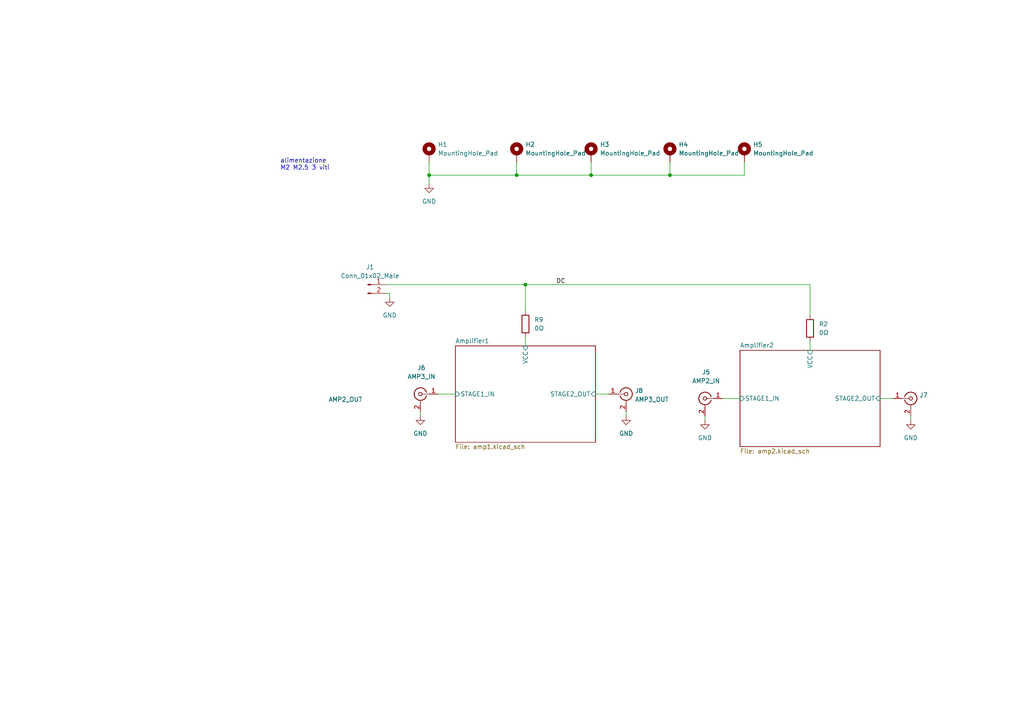
<source format=kicad_sch>
(kicad_sch (version 20211123) (generator eeschema)
  (paper "A4")
  (lib_symbols
    (symbol "Connector:Conn_01x02_Male" (pin_names (offset 1.016) hide)
      (property "Reference" "J" (at 0 2.54 0))
      (property "Value" "Conn_01x02_Male" (at 0 -5.08 0))
      (symbol "Conn_01x02_Male_1_1"
        (polyline (pts (xy 1.27 -2.54) (xy 0.8636 -2.54)) (stroke (width 0.1524)))
        (polyline (pts (xy 1.27 0) (xy 0.8636 0)) (stroke (width 0.1524)))
        (rectangle (start 0.8636 -2.413) (end 0 -2.667) (stroke (width 0.1524)) (fill (type outline)))
        (rectangle (start 0.8636 0.127) (end 0 -0.127) (stroke (width 0.1524)) (fill (type outline)))
        (pin passive line (at 5.08 0 180) (length 3.81) (name "Pin_1") (number "1"))
        (pin passive line (at 5.08 -2.54 180) (length 3.81) (name "Pin_2") (number "2"))
      )
    )
    (symbol "Connector:Conn_Coaxial" (pin_names (offset 1.016) hide)
      (property "Reference" "J" (at 0.254 3.048 0))
      (property "Value" "Conn_Coaxial" (at 2.921 0 90))
      (symbol "Conn_Coaxial_0_1"
        (arc (start -1.778 -0.508) (mid 0.2311 -1.8066) (end 1.778 0) (stroke (width 0.254)))
        (polyline (pts (xy -2.54 0) (xy -0.508 0)))
        (polyline (pts (xy 0 -2.54) (xy 0 -1.778)))
        (circle (center 0 0) (radius 0.508) (stroke (width 0.2032)))
        (arc (start 1.778 0) (mid 0.2099 1.8101) (end -1.778 0.508) (stroke (width 0.254)))
      )
      (symbol "Conn_Coaxial_1_1"
        (pin passive line (at -5.08 0 0) (length 2.54) (name "In") (number "1"))
        (pin passive line (at 0 -5.08 90) (length 2.54) (name "Ext") (number "2"))
      )
    )
    (symbol "Device:R" (pin_numbers hide) (pin_names (offset 0))
      (property "Reference" "R" (at 2.032 0 90))
      (property "Value" "R" (at 0 0 90))
      (symbol "R_0_1"
        (rectangle (start -1.016 -2.54) (end 1.016 2.54) (stroke (width 0.254)))
      )
      (symbol "R_1_1"
        (pin passive line (at 0 3.81 270) (length 1.27) (name "~") (number "1"))
        (pin passive line (at 0 -3.81 90) (length 1.27) (name "~") (number "2"))
      )
    )
    (symbol "Mechanical:MountingHole_Pad" (pin_numbers hide) (pin_names (offset 1.016) hide)
      (property "Reference" "H" (at 0 6.35 0))
      (property "Value" "MountingHole_Pad" (at 0 4.445 0))
      (symbol "MountingHole_Pad_0_1"
        (circle (center 0 1.27) (radius 1.27) (stroke (width 1.27)))
      )
      (symbol "MountingHole_Pad_1_1"
        (pin input line (at 0 -2.54 90) (length 2.54) (name "1") (number "1"))
      )
    )
    (symbol "power:GND" (power) (pin_names (offset 0))
      (property "Value" "GND" (at 0 -3.81 0))
      (symbol "GND_0_1"
        (polyline (pts (xy 0 0) (xy 0 -1.27) (xy 1.27 -1.27) (xy 0 -2.54) (xy -1.27 -1.27) (xy 0 -1.27)))
      )
      (symbol "GND_1_1"
        (pin power_in line (at 0 0 270) (length 0) hide (name "GND") (number "1"))
      )
    )
  )
  (junction (at 152.4 82.55))
  (junction (at 149.86 50.8))
  (junction (at 124.46 50.8))
  (junction (at 171.45 50.8))
  (junction (at 194.31 50.8))
  (wire (pts (xy 111.76 82.55) (xy 152.4 82.55)))
  (wire (pts (xy 204.47 120.65) (xy 204.47 121.92)))
  (wire (pts (xy 209.55 115.57) (xy 214.63 115.57)))
  (wire (pts (xy 152.4 97.79) (xy 152.4 100.33)))
  (wire (pts (xy 149.86 46.99) (xy 149.86 50.8)))
  (wire (pts (xy 215.9 50.8) (xy 194.31 50.8)))
  (wire (pts (xy 171.45 50.8) (xy 149.86 50.8)))
  (wire (pts (xy 152.4 90.17) (xy 152.4 82.55)))
  (wire (pts (xy 234.95 99.06) (xy 234.95 101.6)))
  (wire (pts (xy 255.27 115.57) (xy 259.08 115.57)))
  (wire (pts (xy 172.72 114.3) (xy 176.53 114.3)))
  (wire (pts (xy 124.46 50.8) (xy 124.46 53.34)))
  (wire (pts (xy 152.4 82.55) (xy 234.95 82.55)))
  (wire (pts (xy 234.95 82.55) (xy 234.95 91.44)))
  (wire (pts (xy 171.45 46.99) (xy 171.45 50.8)))
  (wire (pts (xy 113.03 85.09) (xy 113.03 86.36)))
  (wire (pts (xy 127 114.3) (xy 132.08 114.3)))
  (wire (pts (xy 149.86 50.8) (xy 124.46 50.8)))
  (wire (pts (xy 194.31 46.99) (xy 194.31 50.8)))
  (wire (pts (xy 194.31 50.8) (xy 171.45 50.8)))
  (wire (pts (xy 121.92 119.38) (xy 121.92 120.65)))
  (wire (pts (xy 124.46 46.99) (xy 124.46 50.8)))
  (wire (pts (xy 111.76 85.09) (xy 113.03 85.09)))
  (wire (pts (xy 181.61 119.38) (xy 181.61 120.65)))
  (wire (pts (xy 215.9 46.99) (xy 215.9 50.8)))
  (wire (pts (xy 264.16 120.65) (xy 264.16 121.92)))
  (text "alimentazione\nM2 M2.5 3 viti" (at 81.28 49.53 0) (effects (font (size 1.27 1.27)) (justify left bottom)))
  (label "DC" (at 161.29 82.55 0))
  (symbol (lib_id "Device:R") (at 234.95 95.25 180) (unit 1)
    (property "Reference" "R2" (at 237.49 93.9799 0) (effects (justify right)))
    (property "Value" "0Ω" (at 237.49 96.5199 0) (effects (justify right)))
    (property "Footprint" "Resistor_SMD:R_0603_1608Metric" (effects hide))
  )
  (symbol (lib_id "Mechanical:MountingHole_Pad") (at 171.45 44.45 0) (unit 1)
    (property "Reference" "H3" (at 173.99 41.9099 0) (effects (justify left)))
    (property "Value" "MountingHole_Pad" (at 173.99 44.4499 0) (effects (justify left)))
    (property "Footprint" "MountingHole:MountingHole_2.7mm_M2.5_DIN965_Pad_TopBottom" (effects hide))
  )
  (symbol (lib_id "Connector:Conn_Coaxial") (at 181.61 114.3 0) (unit 1)
    (property "Reference" "J8" (at 184.15 113.3231 0) (effects (justify left)))
    (property "Value" "AMP3_OUT" (at 184.15 115.8631 0) (effects (justify left)))
    (property "Footprint" "Nicobigio01:Linx_CONSMA003.031-L-G" (effects hide))
    (property "Datasheet" " ~" (effects hide))
  )
  (symbol (lib_id "power:GND") (at 264.16 121.92 0) (mirror y) (unit 1)
    (property "Reference" "#PWR0104" (effects hide))
    (property "Value" "GND" (at 264.16 127 0))
  )
  (symbol (lib_id "Connector:Conn_Coaxial") (at 204.47 115.57 0) (mirror y) (unit 1)
    (property "Reference" "J5" (at 204.7874 107.95 0))
    (property "Value" "AMP2_IN" (at 204.7874 110.49 0))
    (property "Footprint" "Nicobigio01:Linx_CONSMA003.031-L-G" (effects hide))
    (property "Datasheet" " ~" (effects hide))
  )
  (symbol (lib_id "power:GND") (at 124.46 53.34 0) (unit 1)
    (property "Reference" "#PWR0107" (effects hide))
    (property "Value" "GND" (at 124.46 58.42 0))
  )
  (symbol (lib_id "power:GND") (at 113.03 86.36 0) (unit 1)
    (property "Reference" "#PWR0110" (effects hide))
    (property "Value" "GND" (at 113.03 91.44 0))
  )
  (symbol (lib_id "Mechanical:MountingHole_Pad") (at 149.86 44.45 0) (unit 1)
    (property "Reference" "H2" (at 152.4 41.9099 0) (effects (justify left)))
    (property "Value" "MountingHole_Pad" (at 152.4 44.4499 0) (effects (justify left)))
    (property "Footprint" "MountingHole:MountingHole_2.7mm_M2.5_DIN965_Pad_TopBottom" (effects hide))
  )
  (symbol (lib_id "power:GND") (at 121.92 120.65 0) (unit 1)
    (property "Reference" "#PWR0105" (effects hide))
    (property "Value" "GND" (at 121.92 125.73 0))
  )
  (symbol (lib_id "power:GND") (at 181.61 120.65 0) (mirror y) (unit 1)
    (property "Reference" "#PWR0122" (effects hide))
    (property "Value" "GND" (at 181.61 125.73 0))
  )
  (symbol (lib_id "Mechanical:MountingHole_Pad") (at 194.31 44.45 0) (unit 1)
    (property "Reference" "H4" (at 196.85 41.9099 0) (effects (justify left)))
    (property "Value" "MountingHole_Pad" (at 196.85 44.4499 0) (effects (justify left)))
    (property "Footprint" "MountingHole:MountingHole_2.7mm_M2.5_DIN965_Pad_TopBottom" (effects hide))
  )
  (symbol (lib_id "Mechanical:MountingHole_Pad") (at 124.46 44.45 0) (unit 1)
    (property "Reference" "H1" (at 127 41.9099 0) (effects (justify left)))
    (property "Value" "MountingHole_Pad" (at 127 44.4499 0) (effects (justify left)))
    (property "Footprint" "MountingHole:MountingHole_2.5mm_Pad_TopBottom" (effects hide))
  )
  (symbol (lib_id "Device:R") (at 152.4 93.98 180) (unit 1)
    (property "Reference" "R9" (at 154.94 92.7099 0) (effects (justify right)))
    (property "Value" "0Ω" (at 154.94 95.2499 0) (effects (justify right)))
    (property "Footprint" "Resistor_SMD:R_0603_1608Metric" (effects hide))
  )
  (symbol (lib_id "power:GND") (at 204.47 121.92 0) (unit 1)
    (property "Reference" "#PWR0101" (effects hide))
    (property "Value" "GND" (at 204.47 127 0))
  )
  (symbol (lib_id "Connector:Conn_Coaxial") (at 121.92 114.3 0) (mirror y) (unit 1)
    (property "Reference" "J6" (at 122.2374 106.68 0))
    (property "Value" "AMP3_IN" (at 122.2374 109.22 0))
    (property "Footprint" "Nicobigio01:Linx_CONSMA003.031-L-G" (effects hide))
    (property "Datasheet" " ~" (effects hide))
  )
  (symbol (lib_id "Mechanical:MountingHole_Pad") (at 215.9 44.45 0) (unit 1)
    (property "Reference" "H5" (at 218.44 41.9099 0) (effects (justify left)))
    (property "Value" "MountingHole_Pad" (at 218.44 44.4499 0) (effects (justify left)))
    (property "Footprint" "MountingHole:MountingHole_2.7mm_M2.5_DIN965_Pad_TopBottom" (effects hide))
  )
  (symbol (lib_id "Connector:Conn_Coaxial") (at 264.16 115.57 0) (unit 1)
    (property "Reference" "J7" (at 266.7 114.5931 0) (effects (justify left)))
    (property "Value" "AMP2_OUT" (at 95.25 115.8631 0) (effects (justify left)))
    (property "Footprint" "Nicobigio01:Linx_CONSMA003.031-L-G" (effects hide))
    (property "Datasheet" " ~" (effects hide))
  )
  (symbol (lib_id "Connector:Conn_01x02_Male") (at 106.68 82.55 0) (unit 1)
    (property "Reference" "J1" (at 107.315 77.47 0))
    (property "Value" "Conn_01x02_Male" (at 107.315 80.01 0))
    (property "Footprint" "Connector_PinHeader_2.54mm:PinHeader_1x02_P2.54mm_Vertical" (effects hide))
  )
  (sheet (at 214.63 101.6) (size 40.64 27.94) (stroke (width 0.1524))
    (property "Sheet name" "Amplifier2" (at 214.63 100.8884 0) (effects (justify left bottom)))
    (property "Sheet file" "amp2.kicad_sch" (at 214.63 130.1246 0) (effects (justify left top)))
    (pin "VCC" input (at 234.95 101.6 90))
    (pin "STAGE1_IN" input (at 214.63 115.57 180))
    (pin "STAGE2_OUT" input (at 255.27 115.57 0))
  )
  (sheet (at 132.08 100.33) (size 40.64 27.94) (stroke (width 0.1524))
    (property "Sheet name" "Amplifier1" (at 132.08 99.6184 0) (effects (justify left bottom)))
    (property "Sheet file" "amp1.kicad_sch" (at 132.08 128.8546 0) (effects (justify left top)))
    (pin "STAGE1_IN" input (at 132.08 114.3 180))
    (pin "VCC" input (at 152.4 100.33 90))
    (pin "STAGE2_OUT" input (at 172.72 114.3 0))
  )
)
</source>
